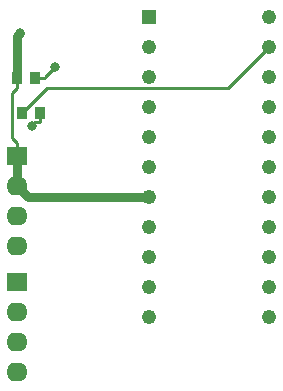
<source format=gbr>
%TF.GenerationSoftware,KiCad,Pcbnew,(5.1.8)-1*%
%TF.CreationDate,2021-05-23T21:47:53+08:00*%
%TF.ProjectId,only_ccd,6f6e6c79-5f63-4636-942e-6b696361645f,rev?*%
%TF.SameCoordinates,Original*%
%TF.FileFunction,Copper,L2,Bot*%
%TF.FilePolarity,Positive*%
%FSLAX46Y46*%
G04 Gerber Fmt 4.6, Leading zero omitted, Abs format (unit mm)*
G04 Created by KiCad (PCBNEW (5.1.8)-1) date 2021-05-23 21:47:53*
%MOMM*%
%LPD*%
G01*
G04 APERTURE LIST*
%TA.AperFunction,ComponentPad*%
%ADD10R,1.800000X1.600000*%
%TD*%
%TA.AperFunction,ComponentPad*%
%ADD11O,1.800000X1.600000*%
%TD*%
%TA.AperFunction,SMDPad,CuDef*%
%ADD12R,0.930000X0.980000*%
%TD*%
%TA.AperFunction,ComponentPad*%
%ADD13R,1.220000X1.220000*%
%TD*%
%TA.AperFunction,ComponentPad*%
%ADD14C,1.220000*%
%TD*%
%TA.AperFunction,ViaPad*%
%ADD15C,0.800000*%
%TD*%
%TA.AperFunction,Conductor*%
%ADD16C,0.250000*%
%TD*%
%TA.AperFunction,Conductor*%
%ADD17C,0.762000*%
%TD*%
G04 APERTURE END LIST*
D10*
%TO.P,J2,1*%
%TO.N,GND*%
X113538000Y-102235000D03*
D11*
%TO.P,J2,2*%
X113538000Y-104775000D03*
%TO.P,J2,3*%
%TO.N,/ADC_in*%
X113538000Y-107315000D03*
%TO.P,J2,4*%
%TO.N,/3v3*%
X113538000Y-109855000D03*
%TD*%
D12*
%TO.P,R7,2*%
%TO.N,GND*%
X113530000Y-95631000D03*
%TO.P,R7,1*%
%TO.N,Net-(R7-Pad1)*%
X115070000Y-95631000D03*
%TD*%
%TO.P,R5,2*%
%TO.N,Net-(R5-Pad2)*%
X115451000Y-98552000D03*
%TO.P,R5,1*%
%TO.N,Net-(IC1-Pad21)*%
X113911000Y-98552000D03*
%TD*%
D10*
%TO.P,J1,1*%
%TO.N,/ICG*%
X113538000Y-112903000D03*
D11*
%TO.P,J1,2*%
%TO.N,/SH*%
X113538000Y-115443000D03*
%TO.P,J1,3*%
%TO.N,/M*%
X113538000Y-117983000D03*
%TO.P,J1,4*%
%TO.N,GND*%
X113538000Y-120523000D03*
%TD*%
D13*
%TO.P,IC1,1*%
%TO.N,/3v3*%
X124714000Y-90424000D03*
D14*
%TO.P,IC1,2*%
X124714000Y-92964000D03*
%TO.P,IC1,3*%
%TO.N,Net-(IC1-Pad3)*%
X124714000Y-95504000D03*
%TO.P,IC1,4*%
%TO.N,Net-(IC1-Pad4)*%
X124714000Y-98044000D03*
%TO.P,IC1,5*%
%TO.N,Net-(IC1-Pad5)*%
X124714000Y-100584000D03*
%TO.P,IC1,6*%
%TO.N,GND*%
X124714000Y-103124000D03*
%TO.P,IC1,7*%
X124714000Y-105664000D03*
%TO.P,IC1,8*%
X124714000Y-108204000D03*
%TO.P,IC1,9*%
X124714000Y-110744000D03*
%TO.P,IC1,10*%
X124714000Y-113284000D03*
%TO.P,IC1,11*%
X124714000Y-115824000D03*
%TO.P,IC1,12*%
X134874000Y-115824000D03*
%TO.P,IC1,13*%
X134874000Y-113284000D03*
%TO.P,IC1,14*%
X134874000Y-110744000D03*
%TO.P,IC1,15*%
X134874000Y-108204000D03*
%TO.P,IC1,16*%
X134874000Y-105664000D03*
%TO.P,IC1,17*%
X134874000Y-103124000D03*
%TO.P,IC1,18*%
X134874000Y-100584000D03*
%TO.P,IC1,19*%
X134874000Y-98044000D03*
%TO.P,IC1,20*%
X134874000Y-95504000D03*
%TO.P,IC1,21*%
%TO.N,Net-(IC1-Pad21)*%
X134874000Y-92964000D03*
%TO.P,IC1,22*%
%TO.N,GND*%
X134874000Y-90424000D03*
%TD*%
D15*
%TO.N,GND*%
X113784000Y-91821000D03*
%TO.N,Net-(R5-Pad2)*%
X114770800Y-99664200D03*
%TO.N,Net-(R7-Pad1)*%
X116713000Y-94679700D03*
%TD*%
D16*
%TO.N,GND*%
X113530000Y-95631000D02*
X113530000Y-96446300D01*
X113538000Y-102235000D02*
X113538000Y-101109700D01*
X113538000Y-101109700D02*
X113120600Y-100692300D01*
X113120600Y-100692300D02*
X113120600Y-96855700D01*
X113120600Y-96855700D02*
X113530000Y-96446300D01*
X124714000Y-105664000D02*
X124477700Y-105900300D01*
D17*
X114427000Y-105664000D02*
X113538000Y-104775000D01*
X124714000Y-105664000D02*
X114427000Y-105664000D01*
X113538000Y-104775000D02*
X113538000Y-102235000D01*
X113530000Y-92075000D02*
X113784000Y-91821000D01*
X113530000Y-95631000D02*
X113530000Y-92075000D01*
D16*
%TO.N,Net-(IC1-Pad21)*%
X134874000Y-92964000D02*
X131391600Y-96446400D01*
X131391600Y-96446400D02*
X116016600Y-96446400D01*
X116016600Y-96446400D02*
X113911000Y-98552000D01*
%TO.N,Net-(R5-Pad2)*%
X115451000Y-98552000D02*
X115451000Y-99367300D01*
X115451000Y-99367300D02*
X115067700Y-99367300D01*
X115067700Y-99367300D02*
X114770800Y-99664200D01*
%TO.N,Net-(R7-Pad1)*%
X115070000Y-95631000D02*
X115860300Y-95631000D01*
X115860300Y-95631000D02*
X115860300Y-95532400D01*
X115860300Y-95532400D02*
X116713000Y-94679700D01*
%TD*%
M02*

</source>
